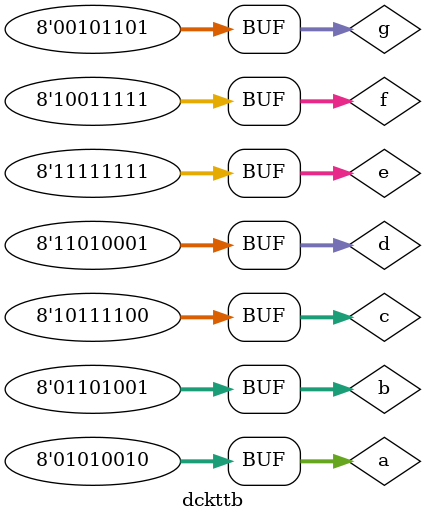
<source format=v>
`timescale 1ns / 1ps


module dckttb;
	reg [7:0] a;
	reg [7:0] b;
	reg [7:0] c;
	reg [7:0] d;
	reg [7:0] e;
	reg [7:0] f;
	reg [7:0] g;
	wire [7:0] y;
	dckt uut (
		.a(a), 
		.b(b), 
		.c(c), 
		.d(d), 
		.e(e), 
		.f(f), 
		.g(g), 
		.y(y)
	);

	initial begin
		a = 0;
		b = 0;
		c = 0;
		d = 0;
		e = 0;
		f = 0;
		g = 0;
		#100;
        
		
		a=8'b01010010;
      b=8'b01101001;
c=8'b10111100;
d=8'b11010001;
e=8'b11111111;
f=8'b10011111;
g=8'b00101101;
#100;		
	end
      
endmodule


</source>
